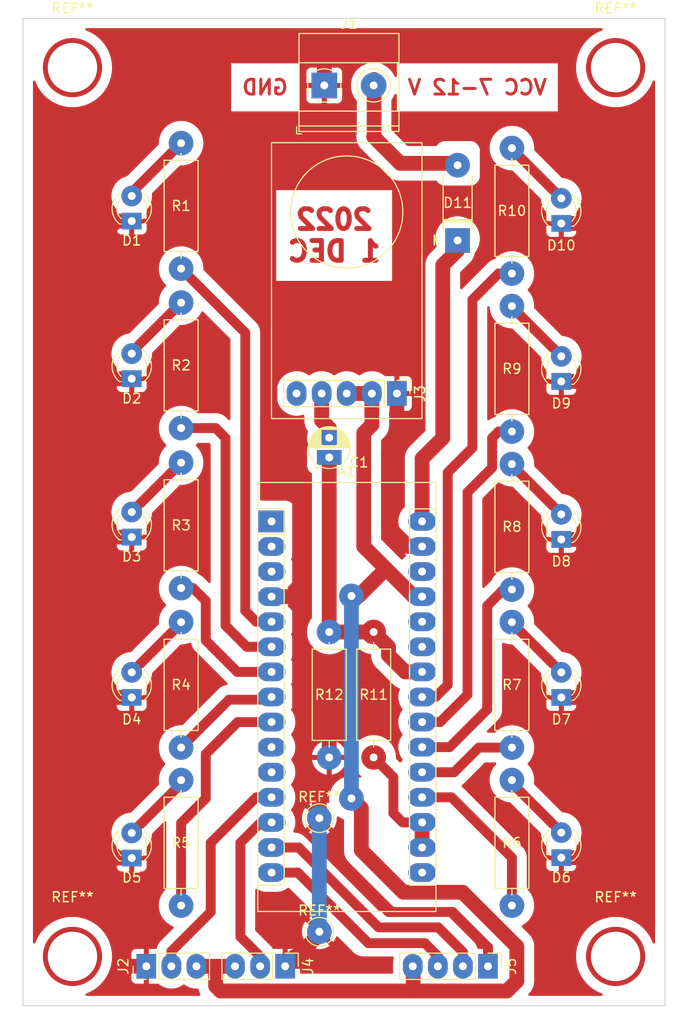
<source format=kicad_pcb>
(kicad_pcb (version 20211014) (generator pcbnew)
  (title_block (title "SpeechRecog") (date "2022-11-30") (rev "0.1"))
  (layers (0 "F.Cu" signal) (31 "B.Cu" signal) (34 "B.Paste" user) (35 "F.Paste" user) (36 "B.SilkS" user "B.Silkscreen") (37 "F.SilkS" user "F.Silkscreen") (38 "B.Mask" user) (39 "F.Mask" user) (44 "Edge.Cuts" user))
  (net 0 "")
  (net 4 "GND")
  (net 5 "Net-(A1-Pad5)")
  (net 6 "Net-(A1-Pad6)")
  (net 7 "Net-(A1-Pad7)")
  (net 8 "Net-(A1-Pad8)")
  (net 9 "+3V3")
  (net 10 "Net-(A1-Pad9)")
  (net 11 "Net-(A1-Pad19)")
  (net 12 "Net-(A1-Pad20)")
  (net 13 "Net-(A1-Pad21)")
  (net 14 "Net-(A1-Pad22)")
  (net 17 "+5V")
  (net 19 "VIN")
  (net 20 "/OUT")
  (net 21 "/AR")
  (net 22 "Net-(A1-Pad23)")
  (net 23 "MIC_IN")
  (net 24 "Net-(D1-Pad2)")
  (net 25 "Net-(D2-Pad2)")
  (net 26 "Net-(D3-Pad2)")
  (net 27 "Net-(D4-Pad2)")
  (net 28 "Net-(D5-Pad2)")
  (net 29 "Net-(D6-Pad2)")
  (net 30 "Net-(D7-Pad2)")
  (net 31 "Net-(D8-Pad2)")
  (net 32 "Net-(D9-Pad2)")
  (net 33 "Net-(D10-Pad2)")
  (net 34 "Net-(D11-Pad1)")
  (net 35 "servo1")
  (net 36 "servo2")
  (net 40 "trigger")
  (net 41 "echo")
  (footprint "Resistor_THT:R_Axial_DIN0309_L9.0mm_D3.2mm_P12.70mm_Horizontal" (layer "F.Cu") (at 158.5 69.15 -90)
    (fp_text reference "R9" (at 6.35 0) (layer "F.SilkS"))
    (fp_text value "300R")
    (pad "1" thru_hole circle (at 0 0 270) (size 2.5 2.5) (drill 0.8) (layers *.Cu *.Mask) (net 32 "Net-(D9-Pad2)"))
    (pad "2" thru_hole circle (at 12.7 0 270) (size 2.5 2.5) (drill 0.8) (layers *.Cu *.Mask) (net 14 "Net-(A1-Pad22)"))
  )
  (footprint "LED_THT:LED_D3.0mm" (layer "F.Cu") (at 163.5 76.775 90)
    (fp_text reference "D9" (at -2.225 0) (layer "F.SilkS"))
    (fp_text value "LED")
    (pad "1" thru_hole rect (at 0 0 90) (size 1.7 2) (drill 0.8) (layers *.Cu *.Mask) (net 4 "GND"))
    (pad "2" thru_hole circle (at 2.54 0 90) (size 2.1 2.1) (drill 0.8) (layers *.Cu *.Mask) (net 32 "Net-(D9-Pad2)"))
  )
  (footprint "MountingHole:MountingHole_5mm" (layer "F.Cu") (at 114 45)
    (fp_text reference "REF**" (at 0 -6) (layer "F.SilkS"))
    (fp_text value "MountingHole_5mm")
    (pad "" np_thru_hole circle (at 0 0) (size 5 5) (drill 5) (layers *.Cu *.Mask))
  )
  (footprint "TestPoint:TestPoint_THTPad_D2.5mm_Drill1.2mm" (layer "F.Cu") (at 139 121)
    (fp_text reference "REF**" (at 0 -2.148) (layer "F.SilkS"))
    (fp_text value "TestPoint_THTPad_D2.5mm_Drill1.2mm")
    (pad "1" thru_hole circle (at 0 0) (size 2.5 2.5) (drill 0.8) (layers *.Cu *.Mask) (net 4 "GND"))
  )
  (footprint "Resistor_THT:R_Axial_DIN0309_L9.0mm_D3.2mm_P12.70mm_Horizontal" (layer "F.Cu") (at 125 85 -90)
    (fp_text reference "R3" (at 6.35 0) (layer "F.SilkS"))
    (fp_text value "300R")
    (pad "1" thru_hole circle (at 0 0 270) (size 2.5 2.5) (drill 0.8) (layers *.Cu *.Mask) (net 26 "Net-(D3-Pad2)"))
    (pad "2" thru_hole circle (at 12.7 0 270) (size 2.5 2.5) (drill 0.8) (layers *.Cu *.Mask) (net 7 "Net-(A1-Pad7)"))
  )
  (footprint "Resistor_THT:R_Axial_DIN0309_L9.0mm_D3.2mm_P12.70mm_Horizontal" (layer "F.Cu") (at 125 117.15 -90)
    (fp_text reference "R5" (at 6.35 0) (layer "F.SilkS"))
    (fp_text value "300R")
    (pad "1" thru_hole circle (at 0 0 270) (size 2.5 2.5) (drill 0.8) (layers *.Cu *.Mask) (net 28 "Net-(D5-Pad2)"))
    (pad "2" thru_hole circle (at 12.7 0 270) (size 2.5 2.5) (drill 0.8) (layers *.Cu *.Mask) (net 10 "Net-(A1-Pad9)"))
  )
  (footprint "Resistor_THT:R_Axial_DIN0309_L9.0mm_D3.2mm_P12.70mm_Horizontal" (layer "F.Cu") (at 144.5 114.85 90)
    (fp_text reference "R11" (at 6.35 0) (layer "F.SilkS"))
    (fp_text value "47k")
    (pad "1" thru_hole circle (at 12.7 0 90) (size 2.5 2.5) (drill 0.8) (layers *.Cu "F.Mask") (remove_unused_layers) (net 23 "MIC_IN"))
    (pad "2" thru_hole circle (at 0 0 90) (size 2.5 2.5) (drill 0.8) (layers *.Cu "F.Mask") (remove_unused_layers) (net 9 "+3V3"))
  )
  (footprint "LED_THT:LED_D3.0mm" (layer "F.Cu") (at 120 92.54 90)
    (fp_text reference "D3" (at -1.96 0) (layer "F.SilkS"))
    (fp_text value "LED")
    (pad "1" thru_hole rect (at 0 0 90) (size 1.7 2) (drill 0.8) (layers *.Cu *.Mask) (net 4 "GND"))
    (pad "2" thru_hole circle (at 2.54 0 90) (size 2.1 2.1) (drill 0.8) (layers *.Cu *.Mask) (net 26 "Net-(D3-Pad2)"))
  )
  (footprint "LED_THT:LED_D3.0mm" (layer "F.Cu") (at 120 76.5 90)
    (fp_text reference "D2" (at -2 0) (layer "F.SilkS"))
    (fp_text value "LED")
    (pad "1" thru_hole rect (at 0 0 90) (size 1.7 2) (drill 0.8) (layers *.Cu *.Mask) (net 4 "GND"))
    (pad "2" thru_hole circle (at 2.54 0 90) (size 2.1 2.1) (drill 0.8) (layers *.Cu *.Mask) (net 25 "Net-(D2-Pad2)"))
  )
  (footprint "Connector_PinHeader_2.54mm:PinHeader_1x03_P2.54mm_Vertical" (layer "F.Cu") (at 121.475 136 90)
    (fp_text reference "J2" (at 0 -2.33 90) (layer "F.SilkS"))
    (fp_text value "servo1")
    (pad "1" thru_hole rect (at 0 0 90) (size 2.5 2) (drill 0.8) (layers *.Cu *.Mask) (net 4 "GND"))
    (pad "2" thru_hole oval (at 0 2.54 90) (size 2.5 2) (drill 0.8) (layers *.Cu *.Mask) (net 35 "servo1"))
    (pad "3" thru_hole oval (at 0 5.08 90) (size 2.5 2) (drill 0.8) (layers *.Cu *.Mask) (net 17 "+5V"))
  )
  (footprint "LED_THT:LED_D3.0mm" (layer "F.Cu") (at 120 60.54 90)
    (fp_text reference "D1" (at -1.96 0) (layer "F.SilkS"))
    (fp_text value "LED")
    (pad "1" thru_hole rect (at 0 0 90) (size 1.7 2) (drill 0.8) (layers *.Cu *.Mask) (net 4 "GND"))
    (pad "2" thru_hole circle (at 2.54 0 90) (size 2.1 2.1) (drill 0.8) (layers *.Cu *.Mask) (net 24 "Net-(D1-Pad2)"))
  )
  (footprint "Connector_PinHeader_2.54mm:PinHeader_1x04_P2.54mm_Vertical" (layer "F.Cu") (at 156.08 136 -90)
    (fp_text reference "J5" (at 0 -2.33 90) (layer "F.SilkS"))
    (fp_text value "HC04")
    (pad "1" thru_hole rect (at 0 0 270) (size 2.5 2) (drill 0.8) (layers *.Cu *.Mask) (net 4 "GND"))
    (pad "2" thru_hole oval (at 0 2.54 270) (size 2.5 2) (drill 0.8) (layers *.Cu *.Mask) (net 40 "trigger"))
    (pad "3" thru_hole oval (at 0 5.08 270) (size 2.5 2) (drill 0.8) (layers *.Cu *.Mask) (net 41 "echo"))
    (pad "4" thru_hole oval (at 0 7.62 270) (size 2.5 2) (drill 0.8) (layers *.Cu *.Mask) (net 17 "+5V"))
  )
  (footprint "LED_THT:LED_D3.0mm" (layer "F.Cu") (at 163.5 60.775 90)
    (fp_text reference "D10" (at -2.225 0) (layer "F.SilkS"))
    (fp_text value "LED")
    (pad "1" thru_hole rect (at 0 0 90) (size 1.7 2) (drill 0.8) (layers *.Cu *.Mask) (net 4 "GND"))
    (pad "2" thru_hole circle (at 2.54 0 90) (size 2.1 2.1) (drill 0.8) (layers *.Cu *.Mask) (net 33 "Net-(D10-Pad2)"))
  )
  (footprint "Resistor_THT:R_Axial_DIN0309_L9.0mm_D3.2mm_P12.70mm_Horizontal" (layer "F.Cu") (at 158.5 85.15 -90)
    (fp_text reference "R8" (at 6.35 0) (layer "F.SilkS"))
    (fp_text value "300R")
    (pad "1" thru_hole circle (at 0 0 270) (size 2.5 2.5) (drill 0.8) (layers *.Cu *.Mask) (net 31 "Net-(D8-Pad2)"))
    (pad "2" thru_hole circle (at 12.7 0 270) (size 2.5 2.5) (drill 0.8) (layers *.Cu *.Mask) (net 13 "Net-(A1-Pad21)"))
  )
  (footprint "Connector_PinHeader_2.54mm:PinHeader_1x05_P2.54mm_Vertical" (layer "F.Cu") (at 146.855 78 -90)
    (fp_text reference "J3" (at 0 -2.33 -90) (layer "F.SilkS"))
    (fp_text value "MAX9814_Mic")
    (pad "1" thru_hole rect (at 0 0 270) (size 2.5 2) (drill 0.8) (layers *.Cu *.Mask) (net 4 "GND"))
    (pad "2" thru_hole oval (at 0 2.54 270) (size 2.5 2) (drill 0.8) (layers *.Cu *.Mask) (net 17 "+5V"))
    (pad "3" thru_hole oval (at 0 5.08 270) (size 2.5 2) (drill 0.8) (layers *.Cu *.Mask) (net 17 "+5V"))
    (pad "4" thru_hole oval (at 0 7.62 270) (size 2.5 2) (drill 0.8) (layers *.Cu *.Mask) (net 20 "/OUT"))
    (pad "5" thru_hole oval (at 0 10.16 270) (size 2.5 2) (drill 0.8) (layers *.Cu *.Mask) (net 21 "/AR"))
  )
  (footprint "TestPoint:TestPoint_THTPad_D2.5mm_Drill1.2mm" (layer "F.Cu") (at 139 132.5)
    (fp_text reference "REF**" (at 0 -2.148) (layer "F.SilkS"))
    (fp_text value "TestPoint_THTPad_D2.5mm_Drill1.2mm")
    (pad "1" thru_hole circle (at 0 0) (size 2.5 2.5) (drill 0.8) (layers *.Cu *.Mask) (net 4 "GND"))
  )
  (footprint "Diode_THT:D_DO-41_SOD81_P7.62mm_Horizontal" (layer "F.Cu") (at 153 62.5 90)
    (fp_text reference "D11" (at 3.81 0) (layer "F.SilkS"))
    (fp_text value "DIODE")
    (fp_text user "K" (at 0 -2.1) (layer "F.SilkS"))
    (pad "1" thru_hole circle (at 7.62 0 90) (size 2.5 2.5) (drill 0.8) (layers *.Cu *.Mask) (net 34 "Net-(D11-Pad1)"))
    (pad "2" thru_hole rect (at 0 0 90) (size 2.5 2.5) (drill 0.8) (layers *.Cu *.Mask) (net 19 "VIN"))
  )
  (footprint "Capacitor_THT:CP_Radial_D4.0mm_P2.00mm" (layer "F.Cu") (at 140 84.4726 90)
    (fp_text reference "C1" (at -0.5 3) (layer "F.SilkS"))
    (fp_text value "1u")
    (pad "1" thru_hole rect (at 0 0 90) (size 1.5 2.5) (drill 0.8) (layers *.Cu *.Mask) (net 23 "MIC_IN"))
    (pad "2" thru_hole oval (at 2 0 90) (size 1.5 2.5) (drill 0.8) (layers *.Cu *.Mask) (net 20 "/OUT"))
  )
  (footprint "TerminalBlock_Phoenix:TerminalBlock_Phoenix_MKDS-1,5-2_1x02_P5.00mm_Horizontal" (layer "F.Cu") (at 139.5 46.805)
    (fp_text reference "J1" (at 2.5 -6.26) (layer "F.SilkS"))
    (fp_text value "PWR 6-12V")
    (pad "1" thru_hole rect (at 0 0) (size 2.6 2.6) (drill 0.8) (layers *.Cu *.Mask) (net 4 "GND"))
    (pad "2" thru_hole circle (at 5 0) (size 2.6 2.6) (drill 0.8) (layers *.Cu *.Mask) (net 34 "Net-(D11-Pad1)"))
  )
  (footprint "LED_THT:LED_D3.0mm" (layer "F.Cu") (at 163.5 125 90)
    (fp_text reference "D6" (at -2 0) (layer "F.SilkS"))
    (fp_text value "LED")
    (pad "1" thru_hole rect (at 0 0 90) (size 1.7 2) (drill 0.8) (layers *.Cu *.Mask) (net 4 "GND"))
    (pad "2" thru_hole circle (at 2.54 0 90) (size 2.1 2.1) (drill 0.8) (layers *.Cu *.Mask) (net 29 "Net-(D6-Pad2)"))
  )
  (footprint "Resistor_THT:R_Axial_DIN0309_L9.0mm_D3.2mm_P12.70mm_Horizontal" (layer "F.Cu") (at 125 52.65 -90)
    (fp_text reference "R1" (at 6.35 0) (layer "F.SilkS"))
    (fp_text value "300R")
    (pad "1" thru_hole circle (at 0 0 270) (size 2.5 2.5) (drill 0.8) (layers *.Cu *.Mask) (net 24 "Net-(D1-Pad2)"))
    (pad "2" thru_hole circle (at 12.7 0 270) (size 2.5 2.5) (drill 0.8) (layers *.Cu *.Mask) (net 5 "Net-(A1-Pad5)"))
  )
  (footprint "Resistor_THT:R_Axial_DIN0309_L9.0mm_D3.2mm_P12.70mm_Horizontal" (layer "F.Cu") (at 125 68.8 -90)
    (fp_text reference "R2" (at 6.35 0) (layer "F.SilkS"))
    (fp_text value "300R")
    (pad "1" thru_hole circle (at 0 0 270) (size 2.5 2.5) (drill 0.8) (layers *.Cu *.Mask) (net 25 "Net-(D2-Pad2)"))
    (pad "2" thru_hole circle (at 12.7 0 270) (size 2.5 2.5) (drill 0.8) (layers *.Cu *.Mask) (net 6 "Net-(A1-Pad6)"))
  )
  (footprint "Module:Arduino_Nano" (layer "F.Cu") (at 134.165 90.95)
    (fp_text reference "A1" (at 7.62 -5.08) (layer "F.SilkS"))
    (fp_text value "Arduino_Nano")
    (pad "1" thru_hole rect (at 0 0) (size 2.7 2.2) (drill 0.8) (layers *.Cu *.Mask))
    (pad "2" thru_hole oval (at 0 2.54) (size 2.8 1.9) (drill 0.8) (layers *.Cu *.Mask))
    (pad "3" thru_hole oval (at 0 5.08) (size 2.8 1.9) (drill 0.8) (layers *.Cu *.Mask))
    (pad "4" thru_hole oval (at 0 7.62) (size 2.8 1.9) (drill 0.8) (layers *.Cu *.Mask) (net 4 "GND"))
    (pad "5" thru_hole oval (at 0 10.16) (size 2.8 1.9) (drill 0.8) (layers *.Cu *.Mask) (net 5 "Net-(A1-Pad5)"))
    (pad "6" thru_hole oval (at 0 12.7) (size 2.8 1.9) (drill 0.8) (layers *.Cu *.Mask) (net 6 "Net-(A1-Pad6)"))
    (pad "7" thru_hole oval (at 0 15.24) (size 2.8 1.9) (drill 0.8) (layers *.Cu *.Mask) (net 7 "Net-(A1-Pad7)"))
    (pad "8" thru_hole oval (at 0 17.78) (size 2.8 1.9) (drill 0.8) (layers *.Cu *.Mask) (net 8 "Net-(A1-Pad8)"))
    (pad "9" thru_hole oval (at 0 20.32) (size 2.8 1.9) (drill 0.8) (layers *.Cu *.Mask) (net 10 "Net-(A1-Pad9)"))
    (pad "10" thru_hole oval (at 0 22.86) (size 2.8 1.9) (drill 0.8) (layers *.Cu *.Mask))
    (pad "11" thru_hole oval (at 0 25.4) (size 2.8 1.9) (drill 0.8) (layers *.Cu *.Mask))
    (pad "12" thru_hole oval (at 0 27.94) (size 2.8 1.9) (drill 0.8) (layers *.Cu *.Mask) (net 35 "servo1"))
    (pad "13" thru_hole oval (at 0 30.48) (size 2.8 1.9) (drill 0.8) (layers *.Cu *.Mask) (net 36 "servo2"))
    (pad "14" thru_hole oval (at 0 33.02) (size 2.8 1.9) (drill 0.8) (layers *.Cu *.Mask) (net 40 "trigger"))
    (pad "15" thru_hole oval (at 0 35.56) (size 2.8 1.9) (drill 0.8) (layers *.Cu *.Mask) (net 41 "echo"))
    (pad "16" thru_hole oval (at 15.24 35.56) (size 2.8 1.9) (drill 0.8) (layers *.Cu *.Mask))
    (pad "17" thru_hole oval (at 15.24 33.02) (size 2.8 1.9) (drill 0.8) (layers *.Cu *.Mask) (net 9 "+3V3"))
    (pad "18" thru_hole oval (at 15.24 30.48) (size 2.8 1.9) (drill 0.8) (layers *.Cu *.Mask) (net 9 "+3V3"))
    (pad "19" thru_hole oval (at 15.24 27.94) (size 2.8 1.9) (drill 0.8) (layers *.Cu *.Mask) (net 11 "Net-(A1-Pad19)"))
    (pad "20" thru_hole oval (at 15.24 25.4) (size 2.8 1.9) (drill 0.8) (layers *.Cu *.Mask) (net 12 "Net-(A1-Pad20)"))
    (pad "21" thru_hole oval (at 15.24 22.86) (size 2.8 1.9) (drill 0.8) (layers *.Cu *.Mask) (net 13 "Net-(A1-Pad21)"))
    (pad "22" thru_hole oval (at 15.24 20.32) (size 2.8 1.9) (drill 0.8) (layers *.Cu *.Mask) (net 14 "Net-(A1-Pad22)"))
    (pad "23" thru_hole oval (at 15.24 17.78) (size 2.8 1.9) (drill 0.8) (layers *.Cu *.Mask) (net 22 "Net-(A1-Pad23)"))
    (pad "24" thru_hole oval (at 15.24 15.24) (size 2.8 1.9) (drill 0.8) (layers *.Cu *.Mask) (net 23 "MIC_IN"))
    (pad "25" thru_hole oval (at 15.24 12.7) (size 2.8 1.9) (drill 0.8) (layers *.Cu *.Mask))
    (pad "26" thru_hole oval (at 15.24 10.16) (size 2.8 1.9) (drill 0.8) (layers *.Cu *.Mask))
    (pad "27" thru_hole oval (at 15.24 7.62) (size 2.8 1.9) (drill 0.8) (layers *.Cu *.Mask) (net 17 "+5V"))
    (pad "28" thru_hole oval (at 15.24 5.08) (size 2.8 1.9) (drill 0.8) (layers *.Cu *.Mask))
    (pad "29" thru_hole oval (at 15.24 2.54) (size 2.8 1.9) (drill 0.8) (layers *.Cu *.Mask) (net 4 "GND"))
    (pad "30" thru_hole oval (at 15.24 0) (size 2.8 1.9) (drill 0.8) (layers *.Cu *.Mask) (net 19 "VIN"))
  )
  (footprint "MountingHole:MountingHole_5mm" (layer "F.Cu") (at 169 135)
    (fp_text reference "REF**" (at 0 -6) (layer "F.SilkS"))
    (fp_text value "MountingHole_5mm")
    (pad "" np_thru_hole circle (at 0 0) (size 5 5) (drill 5) (layers *.Cu *.Mask))
  )
  (footprint "LED_THT:LED_D3.0mm" (layer "F.Cu") (at 120 125.04 90)
    (fp_text reference "D5" (at -1.96 0) (layer "F.SilkS"))
    (fp_text value "LED")
    (pad "1" thru_hole rect (at 0 0 90) (size 1.7 2) (drill 0.8) (layers *.Cu *.Mask) (net 4 "GND"))
    (pad "2" thru_hole circle (at 2.54 0 90) (size 2.1 2.1) (drill 0.8) (layers *.Cu *.Mask) (net 28 "Net-(D5-Pad2)"))
  )
  (footprint "MountingHole:MountingHole_5mm" (layer "F.Cu") (at 114 135)
    (fp_text reference "REF**" (at 0 -6) (layer "F.SilkS"))
    (fp_text value "MountingHole_5mm")
    (pad "" np_thru_hole circle (at 0 0) (size 5 5) (drill 5) (layers *.Cu *.Mask))
  )
  (footprint "MountingHole:MountingHole_5mm" (layer "F.Cu") (at 169 45)
    (fp_text reference "REF**" (at 0 -6) (layer "F.SilkS"))
    (fp_text value "MountingHole_5mm")
    (pad "" np_thru_hole circle (at 0 0) (size 5 5) (drill 5) (layers *.Cu *.Mask))
  )
  (footprint "Connector_PinHeader_2.54mm:PinHeader_1x03_P2.54mm_Vertical" (layer "F.Cu") (at 135.54 136 -90)
    (fp_text reference "J4" (at 0 -2.33 90) (layer "F.SilkS"))
    (fp_text value "servo2")
    (pad "1" thru_hole rect (at 0 0 270) (size 2.5 2) (drill 0.8) (layers *.Cu *.Mask) (net 4 "GND"))
    (pad "2" thru_hole oval (at 0 2.54 270) (size 2.5 2) (drill 0.8) (layers *.Cu *.Mask) (net 36 "servo2"))
    (pad "3" thru_hole oval (at 0 5.08 270) (size 2.5 2) (drill 0.8) (layers *.Cu *.Mask) (net 17 "+5V"))
  )
  (footprint "LED_THT:LED_D3.0mm" (layer "F.Cu") (at 163.5 92.775 90)
    (fp_text reference "D8" (at -2.225 0) (layer "F.SilkS"))
    (fp_text value "LED")
    (pad "1" thru_hole rect (at 0 0 90) (size 1.7 2) (drill 0.8) (layers *.Cu *.Mask) (net 4 "GND"))
    (pad "2" thru_hole circle (at 2.54 0 90) (size 2.1 2.1) (drill 0.8) (layers *.Cu *.Mask) (net 31 "Net-(D8-Pad2)"))
  )
  (footprint "Resistor_THT:R_Axial_DIN0309_L9.0mm_D3.2mm_P12.70mm_Horizontal" (layer "F.Cu") (at 125 101.15 -90)
    (fp_text reference "R4" (at 6.35 0) (layer "F.SilkS"))
    (fp_text value "300R")
    (pad "1" thru_hole circle (at 0 0 270) (size 2.5 2.5) (drill 0.8) (layers *.Cu *.Mask) (net 27 "Net-(D4-Pad2)"))
    (pad "2" thru_hole circle (at 12.7 0 270) (size 2.5 2.5) (drill 0.8) (layers *.Cu *.Mask) (net 8 "Net-(A1-Pad8)"))
  )
  (footprint "Resistor_THT:R_Axial_DIN0309_L9.0mm_D3.2mm_P12.70mm_Horizontal" (layer "F.Cu") (at 140 102.15 -90)
    (fp_text reference "R12" (at 6.35 0) (layer "F.SilkS"))
    (fp_text value "47k")
    (pad "1" thru_hole circle (at 0 0 270) (size 2.5 2.5) (drill 0.8) (layers *.Cu *.Mask) (net 23 "MIC_IN"))
    (pad "2" thru_hole oval (at 12.7 0 270) (size 2.5 2.5) (drill 0.8) (layers *.Cu *.Mask) (net 4 "GND"))
  )
  (footprint "Resistor_THT:R_Axial_DIN0309_L9.0mm_D3.2mm_P12.70mm_Horizontal" (layer "F.Cu") (at 158.5 101.15 -90)
    (fp_text reference "R7" (at 6.35 0) (layer "F.SilkS"))
    (fp_text value "300R")
    (pad "1" thru_hole circle (at 0 0 270) (size 2.5 2.5) (drill 0.8) (layers *.Cu *.Mask) (net 30 "Net-(D7-Pad2)"))
    (pad "2" thru_hole circle (at 12.7 0 270) (size 2.5 2.5) (drill 0.8) (layers *.Cu *.Mask) (net 12 "Net-(A1-Pad20)"))
  )
  (footprint "LED_THT:LED_D3.0mm" (layer "F.Cu") (at 120 108.775 90)
    (fp_text reference "D4" (at -2.225 0) (layer "F.SilkS"))
    (fp_text value "LED")
    (pad "1" thru_hole rect (at 0 0 90) (size 1.7 2) (drill 0.8) (layers *.Cu *.Mask) (net 4 "GND"))
    (pad "2" thru_hole circle (at 2.54 0 90) (size 2.1 2.1) (drill 0.8) (layers *.Cu *.Mask) (net 27 "Net-(D4-Pad2)"))
  )
  (footprint "LED_THT:LED_D3.0mm" (layer "F.Cu") (at 163.5 108.775 90)
    (fp_text reference "D7" (at -2.225 0) (layer "F.SilkS"))
    (fp_text value "LED")
    (pad "1" thru_hole rect (at 0 0 90) (size 1.7 2) (drill 0.8) (layers *.Cu *.Mask) (net 4 "GND"))
    (pad "2" thru_hole circle (at 2.54 0 90) (size 2.1 2.1) (drill 0.8) (layers *.Cu *.Mask) (net 30 "Net-(D7-Pad2)"))
  )
  (footprint "Resistor_THT:R_Axial_DIN0309_L9.0mm_D3.2mm_P12.70mm_Horizontal" (layer "F.Cu") (at 158.5 117.15 -90)
    (fp_text reference "R6" (at 6.35 0) (layer "F.SilkS"))
    (fp_text value "300R")
    (pad "1" thru_hole circle (at 0 0 270) (size 2.5 2.5) (drill 0.8) (layers *.Cu *.Mask) (net 29 "Net-(D6-Pad2)"))
    (pad "2" thru_hole circle (at 12.7 0 270) (size 2.5 2.5) (drill 0.8) (layers *.Cu *.Mask) (net 11 "Net-(A1-Pad19)"))
  )
  (footprint "Resistor_THT:R_Axial_DIN0309_L9.0mm_D3.2mm_P12.70mm_Horizontal" (layer "F.Cu") (at 158.5 53.15 -90)
    (fp_text reference "R10" (at 6.35 0) (layer "F.SilkS"))
    (fp_text value "300R")
    (pad "1" thru_hole circle (at 0 0 270) (size 2.5 2.5) (drill 0.8) (layers *.Cu *.Mask) (net 33 "Net-(D10-Pad2)"))
    (pad "2" thru_hole circle (at 12.7 0 270) (size 2.5 2.5) (drill 0.8) (layers *.Cu *.Mask) (net 22 "Net-(A1-Pad23)"))
  )
  (gr_circle (center 169 45) (end 169.5 45) (layer "F.Cu") (width 0.4) (fill none))
  (gr_circle (center 114 45) (end 114.5 45) (layer "F.Cu") (width 0.4) (fill none))
  (gr_circle (center 169 45) (end 171.5 45) (layer "F.Cu") (width 1) (fill none))
  (gr_circle (center 114 135) (end 114.5 135) (layer "F.Cu") (width 0.4) (fill none))
  (gr_circle (center 169 135) (end 169.5 135) (layer "F.Cu") (width 0.4) (fill none))
  (gr_circle (center 169 135) (end 171.5 135) (layer "F.Cu") (width 1) (fill none))
  (gr_circle (center 114 45) (end 116.5 45) (layer "F.Cu") (width 1) (fill none))
  (gr_circle (center 114 135) (end 116.5 135) (layer "F.Cu") (width 1) (fill none))
  (gr_rect (start 174 40) (end 109 140) (layer "Edge.Cuts") (width 0.1) (fill none))
  (gr_text "GND" (at 133.5 47) (layer "F.Cu") (effects (font (size 1.5 1.5) (thickness 0.3)) (justify mirror)))
  (gr_text "VCC 7-12 V" (at 155 47) (layer "F.Cu") (effects (font (size 1.5 1.5) (thickness 0.3)) (justify mirror)))
  (gr_text "2022\n1 DEC" (at 140.5 62) (layer "F.Cu") (effects (font (size 2 2) (thickness 0.5)) (justify mirror)))
  (segment (start 137 84.5) (end 137 97) (width 1.5) (layer "F.Cu") (net 4))
  (segment (start 120 60.54) (end 118.46 60.54) (width 1.5) (layer "F.Cu") (net 4))
  (segment (start 163.5 76.775) (end 166.725 76.775) (width 1.5) (layer "F.Cu") (net 4))
  (segment (start 117 76.5) (end 117 92.5) (width 1.5) (layer "F.Cu") (net 4))
  (segment (start 147.99 93.49) (end 149.405 93.49) (width 1.5) (layer "F.Cu") (net 4))
  (segment (start 167 92.5) (end 167 109) (width 1.5) (layer "F.Cu") (net 4))
  (segment (start 134 81.5) (end 137 84.5) (width 1.5) (layer "F.Cu") (net 4))
  (segment (start 117 62) (end 117 76.5) (width 1.5) (layer "F.Cu") (net 4))
  (segment (start 121.475 136) (end 119.5 136) (width 1.5) (layer "F.Cu") (net 4))
  (segment (start 167 76.5) (end 167 92.5) (width 1.5) (layer "F.Cu") (net 4))
  (segment (start 165.5 125) (end 163.5 125) (width 1.5) (layer "F.Cu") (net 4))
  (segment (start 136.57 98.57) (end 137 99) (width 1.5) (layer "F.Cu") (net 4))
  (segment (start 139 123.5) (end 139 120.75) (width 1) (layer "F.Cu") (net 4))
  (segment (start 117.04 92.54) (end 117 92.5) (width 1.5) (layer "F.Cu") (net 4))
  (segment (start 146 91.5) (end 147.99 93.49) (width 1.5) (layer "F.Cu") (net 4))
  (segment (start 140 112.5) (end 140 114.85) (width 1.5) (layer "F.Cu") (net 4))
  (segment (start 117 92.5) (end 117 108.5) (width 1.5) (layer "F.Cu") (net 4))
  (segment (start 137 109.5) (end 140 112.5) (width 1.5) (layer "F.Cu") (net 4))
  (segment (start 134.165 98.57) (end 136.57 98.57) (width 1.5) (layer "F.Cu") (net 4))
  (segment (start 139.5 46.805) (end 139.5 44.5) (width 1.5) (layer "F.Cu") (net 4))
  (segment (start 135.54 136) (end 135.54 135.96) (width 1.5) (layer "F.Cu") (net 4))
  (segment (start 163.5 92.775) (end 166.725 92.775) (width 1.5) (layer "F.Cu") (net 4))
  (segment (start 137 99) (end 137 97) (width 1.5) (layer "F.Cu") (net 4))
  (segment (start 137 99) (end 137 109.5) (width 1.5) (layer "F.Cu") (net 4))
  (segment (start 163.5 108.775) (end 166.775 108.775) (width 1.5) (layer "F.Cu") (net 4))
  (segment (start 135.5 74.5) (end 134 76) (width 1.5) (layer "F.Cu") (net 4))
  (segment (start 118.46 60.54) (end 117 62) (width 1.5) (layer "F.Cu") (net 4))
  (segment (start 140 74.5) (end 135.5 74.5) (width 1.5) (layer "F.Cu") (net 4))
  (segment (start 165.775 60.775) (end 167 62) (width 1.5) (layer "F.Cu") (net 4))
  (segment (start 135.54 135.96) (end 136.5 135) (width 1.5) (layer "F.Cu") (net 4))
  (segment (start 134 76) (end 134 81.5) (width 1.5) (layer "F.Cu") (net 4))
  (segment (start 120 108.775) (end 117.275 108.775) (width 1.5) (layer "F.Cu") (net 4))
  (segment (start 167 123.5) (end 165.5 125) (width 1.5) (layer "F.Cu") (net 4))
  (segment (start 146 130.5) (end 139 123.5) (width 1) (layer "F.Cu") (net 4))
  (segment (start 120 92.54) (end 117.04 92.54) (width 1.5) (layer "F.Cu") (net 4))
  (segment (start 135.54 136) (end 135.75 136) (width 1.5) (layer "F.Cu") (net 4))
  (segment (start 167 109) (end 167 123.5) (width 1.5) (layer "F.Cu") (net 4))
  (segment (start 120 76.5) (end 117 76.5) (width 1.5) (layer "F.Cu") (net 4))
  (segment (start 167 62) (end 167 76.5) (width 1.5) (layer "F.Cu") (net 4))
  (segment (start 146.855 78) (end 146.855 83.145) (width 1.5) (layer "F.Cu") (net 4))
  (segment (start 146.855 83.145) (end 146 84) (width 1.5) (layer "F.Cu") (net 4))
  (segment (start 146 84) (end 146 91.5) (width 1.5) (layer "F.Cu") (net 4))
  (segment (start 140 74.5) (end 145.5 74.5) (width 1.5) (layer "F.Cu") (net 4))
  (segment (start 117.275 108.775) (end 117 108.5) (width 1.5) (layer "F.Cu") (net 4))
  (segment (start 156.08 134.08) (end 152.5 130.5) (width 1) (layer "F.Cu") (net 4))
  (segment (start 166.725 76.775) (end 167 76.5) (width 1.5) (layer "F.Cu") (net 4))
  (segment (start 117 123.5) (end 118.54 125.04) (width 1.5) (layer "F.Cu") (net 4))
  (segment (start 139 120.75) (end 139 118) (width 1.5) (layer "F.Cu") (net 4))
  (segment (start 118.54 125.04) (end 120 125.04) (width 1.5) (layer "F.Cu") (net 4))
  (segment (start 163.5 60.775) (end 165.775 60.775) (width 1.5) (layer "F.Cu") (net 4))
  (segment (start 166.725 92.775) (end 167 92.5) (width 1.5) (layer "F.Cu") (net 4))
  (segment (start 156.08 136) (end 156.08 134.08) (width 1) (layer "F.Cu") (net 4))
  (segment (start 135.75 136) (end 139 132.75) (width 1.5) (layer "F.Cu") (net 4))
  (segment (start 166.775 108.775) (end 167 109) (width 1.5) (layer "F.Cu") (net 4))
  (segment (start 117 108.5) (end 117 123.5) (width 1.5) (layer "F.Cu") (net 4))
  (segment (start 152.5 130.5) (end 146 130.5) (width 1) (layer "F.Cu") (net 4))
  (segment (start 139 121) (end 139 132.5) (width 1.5) (layer "B.Cu") (net 4))
  (segment (start 125 65.35) (end 131.5 71.85) (width 1) (layer "F.Cu") (net 5))
  (segment (start 132.61 101.11) (end 134.165 101.11) (width 1) (layer "F.Cu") (net 5))
  (segment (start 131.5 71.85) (end 131.5 100) (width 1) (layer "F.Cu") (net 5))
  (segment (start 131.5 100) (end 132.61 101.11) (width 1) (layer "F.Cu") (net 5))
  (segment (start 129.5 101.5) (end 131.65 103.65) (width 1) (layer "F.Cu") (net 6))
  (segment (start 128.5 81.5) (end 129.5 82.5) (width 1) (layer "F.Cu") (net 6))
  (segment (start 131.65 103.65) (end 134.165 103.65) (width 1) (layer "F.Cu") (net 6))
  (segment (start 129.5 82.5) (end 129.5 101.5) (width 1) (layer "F.Cu") (net 6))
  (segment (start 125 81.5) (end 128.5 81.5) (width 1) (layer "F.Cu") (net 6))
  (segment (start 127.5 103) (end 130.69 106.19) (width 1) (layer "F.Cu") (net 7))
  (segment (start 127.5 99) (end 127.5 103) (width 1) (layer "F.Cu") (net 7))
  (segment (start 126.2 97.7) (end 127.5 99) (width 1) (layer "F.Cu") (net 7))
  (segment (start 125 97.7) (end 126.2 97.7) (width 1) (layer "F.Cu") (net 7))
  (segment (start 130.69 106.19) (end 134.165 106.19) (width 1) (layer "F.Cu") (net 7))
  (segment (start 129.85 109) (end 133.895 109) (width 1) (layer "F.Cu") (net 8))
  (segment (start 133.895 109) (end 134.165 108.73) (width 1) (layer "F.Cu") (net 8))
  (segment (start 125 113.85) (end 129.85 109) (width 1) (layer "F.Cu") (net 8))
  (segment (start 149.405 121.43) (end 147.43 121.43) (width 1) (layer "F.Cu") (net 9))
  (segment (start 146.5 116.85) (end 144.5 114.85) (width 1) (layer "F.Cu") (net 9))
  (segment (start 146.5 120.5) (end 146.5 116.85) (width 1) (layer "F.Cu") (net 9))
  (segment (start 147.43 121.43) (end 146.5 120.5) (width 1) (layer "F.Cu") (net 9))
  (segment (start 149.405 121.43) (end 149.405 123.97) (width 1.5) (layer "F.Cu") (net 9))
  (segment (start 130.73 111.27) (end 134.165 111.27) (width 1) (layer "F.Cu") (net 10))
  (segment (start 127.5 119) (end 127.5 114.5) (width 1) (layer "F.Cu") (net 10))
  (segment (start 127.5 114.5) (end 130.73 111.27) (width 1) (layer "F.Cu") (net 10))
  (segment (start 125 129.85) (end 125 121.5) (width 1) (layer "F.Cu") (net 10))
  (segment (start 125 121.5) (end 127.5 119) (width 1) (layer "F.Cu") (net 10))
  (segment (start 158.5 129.85) (end 158.5 125) (width 1) (layer "F.Cu") (net 11))
  (segment (start 158.5 125) (end 152.39 118.89) (width 1) (layer "F.Cu") (net 11))
  (segment (start 152.39 118.89) (end 149.405 118.89) (width 1) (layer "F.Cu") (net 11))
  (segment (start 158.5 113.85) (end 155.15 113.85) (width 1) (layer "F.Cu") (net 12))
  (segment (start 152.65 116.35) (end 149.405 116.35) (width 1) (layer "F.Cu") (net 12))
  (segment (start 155.15 113.85) (end 152.65 116.35) (width 1) (layer "F.Cu") (net 12))
  (segment (start 156 110) (end 152.19 113.81) (width 1) (layer "F.Cu") (net 13))
  (segment (start 157.65 97.85) (end 156 99.5) (width 1) (layer "F.Cu") (net 13))
  (segment (start 158.5 97.85) (end 157.65 97.85) (width 1) (layer "F.Cu") (net 13))
  (segment (start 156 99.5) (end 156 110) (width 1) (layer "F.Cu") (net 13))
  (segment (start 152.19 113.81) (end 149.405 113.81) (width 1) (layer "F.Cu") (net 13))
  (segment (start 156.5 85.5) (end 154 88) (width 1) (layer "F.Cu") (net 14))
  (segment (start 151.23 111.27) (end 149.405 111.27) (width 1) (layer "F.Cu") (net 14))
  (segment (start 157.15 81.85) (end 156.5 82.5) (width 1) (layer "F.Cu") (net 14))
  (segment (start 154 88) (end 154 108.5) (width 1) (layer "F.Cu") (net 14))
  (segment (start 156.5 82.5) (end 156.5 85.5) (width 1) (layer "F.Cu") (net 14))
  (segment (start 158.5 81.85) (end 157.15 81.85) (width 1) (layer "F.Cu") (net 14))
  (segment (start 154 108.5) (end 151.23 111.27) (width 1) (layer "F.Cu") (net 14))
  (segment (start 129 138.5) (end 128.5 138) (width 1.5) (layer "F.Cu") (net 17))
  (segment (start 145.75 95.75) (end 148.57 98.57) (width 1.5) (layer "F.Cu") (net 17))
  (segment (start 143.5 82) (end 143.5 93.5) (width 1.5) (layer "F.Cu") (net 17))
  (segment (start 141.775 78) (end 143 78) (width 1.5) (layer "F.Cu") (net 17))
  (segment (start 148.5 138.5) (end 148.5 136.04) (width 1.5) (layer "F.Cu") (net 17))
  (segment (start 148.5 136.04) (end 148.46 136) (width 1.5) (layer "F.Cu") (net 17))
  (segment (start 159 137.5) (end 158 138.5) (width 1.5) (layer "F.Cu") (net 17))
  (segment (start 147.5 128.5) (end 153.5 128.5) (width 1.5) (layer "F.Cu") (net 17))
  (segment (start 128.5 136) (end 130.46 136) (width 1.5) (layer "F.Cu") (net 17))
  (segment (start 159 134) (end 159 137.5) (width 1.5) (layer "F.Cu") (net 17))
  (segment (start 142.25 119) (end 143.25 120) (width 1.5) (layer "F.Cu") (net 17))
  (segment (start 145.75 95.75) (end 143 98.5) (width 1.5) (layer "F.Cu") (net 17))
  (segment (start 144.315 81.185) (end 143.5 82) (width 1.5) (layer "F.Cu") (net 17))
  (segment (start 143 78) (end 144.315 78) (width 1.5) (layer "F.Cu") (net 17))
  (segment (start 143.5 93.5) (end 145.75 95.75) (width 1.5) (layer "F.Cu") (net 17))
  (segment (start 143.25 120) (end 143.25 124.25) (width 1.5) (layer "F.Cu") (net 17))
  (segment (start 128.5 138) (end 128.5 136) (width 1.5) (layer "F.Cu") (net 17))
  (segment (start 144.315 78) (end 144.315 81.185) (width 1.5) (layer "F.Cu") (net 17))
  (segment (start 126.555 136) (end 128.5 136) (width 1.5) (layer "F.Cu") (net 17))
  (segment (start 148.5 138.5) (end 129 138.5) (width 1.5) (layer "F.Cu") (net 17))
  (segment (start 153.5 128.5) (end 159 134) (width 1.5) (layer "F.Cu") (net 17))
  (segment (start 148.57 98.57) (end 149.405 98.57) (width 1.5) (layer "F.Cu") (net 17))
  (segment (start 158 138.5) (end 148.5 138.5) (width 1.5) (layer "F.Cu") (net 17))
  (segment (start 143.25 124.25) (end 147.5 128.5) (width 1.5) (layer "F.Cu") (net 17))
  (via (at 142.25 98.5) (size 2.5) (drill 0.8) (layers "F.Cu" "B.Cu") (net 17))
  (via (at 142.25 119) (size 2.5) (drill 0.8) (layers "F.Cu" "B.Cu") (net 17))
  (segment (start 142.25 98.5) (end 142.25 119) (width 1.5) (layer "B.Cu") (net 17))
  (segment (start 153 63.5) (end 151.5 65) (width 1.5) (layer "F.Cu") (net 19))
  (segment (start 149.405 84.595) (end 149.405 90.95) (width 1.5) (layer "F.Cu") (net 19))
  (segment (start 153 62.31) (end 153 63.5) (width 1.5) (layer "F.Cu") (net 19))
  (segment (start 151.5 65) (end 151.5 82.5) (width 1.5) (layer "F.Cu") (net 19))
  (segment (start 151.5 82.5) (end 149.405 84.595) (width 1.5) (layer "F.Cu") (net 19))
  (segment (start 140 82.4726) (end 140 81.5) (width 1.5) (layer "F.Cu") (net 20))
  (segment (start 140 81.5) (end 139.235 80.735) (width 1.5) (layer "F.Cu") (net 20))
  (segment (start 139.235 80.735) (end 139.235 78) (width 1.5) (layer "F.Cu") (net 20))
  (segment (start 150.77 108.73) (end 149.405 108.73) (width 1) (layer "F.Cu") (net 22))
  (segment (start 154.5 83.5) (end 152 86) (width 1) (layer "F.Cu") (net 22))
  (segment (start 154.5 68.5) (end 154.5 83.5) (width 1) (layer "F.Cu") (net 22))
  (segment (start 157.15 65.85) (end 154.5 68.5) (width 1) (layer "F.Cu") (net 22))
  (segment (start 152 107.5) (end 150.77 108.73) (width 1) (layer "F.Cu") (net 22))
  (segment (start 152 86) (end 152 107.5) (width 1) (layer "F.Cu") (net 22))
  (segment (start 158.5 65.85) (end 157.15 65.85) (width 1) (layer "F.Cu") (net 22))
  (segment (start 146 103.65) (end 146 104.5) (width 1.5) (layer "F.Cu") (net 23))
  (segment (start 140 102.15) (end 144.5 102.15) (width 1.5) (layer "F.Cu") (net 23))
  (segment (start 147.69 106.19) (end 149.405 106.19) (width 1.5) (layer "F.Cu") (net 23))
  (segment (start 140 102.15) (end 140 84.4726) (width 1.5) (layer "F.Cu") (net 23))
  (segment (start 144.5 102.15) (end 146 103.65) (width 1.5) (layer "F.Cu") (net 23))
  (segment (start 146 104.5) (end 147.69 106.19) (width 1.5) (layer "F.Cu") (net 23))
  (segment (start 120 58) (end 120 57.65) (width 1) (layer "F.Cu") (net 24))
  (segment (start 120 57.65) (end 125 52.65) (width 1) (layer "F.Cu") (net 24))
  (segment (start 120 73.96) (end 120 73.8) (width 1) (layer "F.Cu") (net 25))
  (segment (start 120 73.8) (end 125 68.8) (width 1) (layer "F.Cu") (net 25))
  (segment (start 120 90) (end 125 85) (width 1) (layer "F.Cu") (net 26))
  (segment (start 125 101.235) (end 120 106.235) (width 1) (layer "F.Cu") (net 27))
  (segment (start 125 101.15) (end 125 101.235) (width 1) (layer "F.Cu") (net 27))
  (segment (start 125 117.15) (end 125 117.5) (width 1) (layer "F.Cu") (net 28))
  (segment (start 125 117.5) (end 120 122.5) (width 1) (layer "F.Cu") (net 28))
  (segment (start 158.5 117.46) (end 163.5 122.46) (width 1) (layer "F.Cu") (net 29))
  (segment (start 158.5 117.15) (end 158.5 117.46) (width 1) (layer "F.Cu") (net 29))
  (segment (start 158.5 101.235) (end 163.5 106.235) (width 1) (layer "F.Cu") (net 30))
  (segment (start 158.5 101.15) (end 158.5 101.235) (width 1) (layer "F.Cu") (net 30))
  (segment (start 158.5 85.235) (end 163.5 90.235) (width 1) (layer "F.Cu") (net 31))
  (segment (start 158.5 85.15) (end 158.5 85.235) (width 1) (layer "F.Cu") (net 31))
  (segment (start 158.5 69.235) (end 163.5 74.235) (width 1) (layer "F.Cu") (net 32))
  (segment (start 158.5 69.15) (end 158.5 69.235) (width 1) (layer "F.Cu") (net 32))
  (segment (start 158.5 53.235) (end 163.5 58.235) (width 1) (layer "F.Cu") (net 33))
  (segment (start 158.5 53.15) (end 158.5 53.235) (width 1) (layer "F.Cu") (net 33))
  (segment (start 147.19 54.69) (end 144.5 52) (width 1.5) (layer "F.Cu") (net 34))
  (segment (start 153 54.69) (end 147.19 54.69) (width 1.5) (layer "F.Cu") (net 34))
  (segment (start 144.545 51.955) (end 144.545 46.195) (width 1.5) (layer "F.Cu") (net 34))
  (segment (start 144.5 52) (end 144.545 51.955) (width 1.5) (layer "F.Cu") (net 34))
  (segment (start 124.015 136) (end 124.015 134.485) (width 1) (layer "F.Cu") (net 35))
  (segment (start 128 130.5) (end 128 123.5) (width 1) (layer "F.Cu") (net 35))
  (segment (start 132.61 118.89) (end 134.165 118.89) (width 1) (layer "F.Cu") (net 35))
  (segment (start 128 123.5) (end 132.61 118.89) (width 1) (layer "F.Cu") (net 35))
  (segment (start 124.015 134.485) (end 128 130.5) (width 1) (layer "F.Cu") (net 35))
  (segment (start 131 133) (end 133 135) (width 1) (layer "F.Cu") (net 36))
  (segment (start 133 135) (end 133 136) (width 1) (layer "F.Cu") (net 36))
  (segment (start 133.07 121.43) (end 131 123.5) (width 1) (layer "F.Cu") (net 36))
  (segment (start 134.165 121.43) (end 133.07 121.43) (width 1) (layer "F.Cu") (net 36))
  (segment (start 131 123.5) (end 131 133) (width 1) (layer "F.Cu") (net 36))
  (segment (start 145 132.06) (end 136.91 123.97) (width 1) (layer "F.Cu") (net 40))
  (segment (start 151.04 132.06) (end 145 132.06) (width 1) (layer "F.Cu") (net 40))
  (segment (start 153.54 134.56) (end 151.04 132.06) (width 1) (layer "F.Cu") (net 40))
  (segment (start 153.54 136) (end 153.54 134.56) (width 1) (layer "F.Cu") (net 40))
  (segment (start 136.91 123.97) (end 134.165 123.97) (width 1) (layer "F.Cu") (net 40))
  (segment (start 136.82 126.51) (end 134.165 126.51) (width 1) (layer "F.Cu") (net 41))
  (segment (start 151 136) (end 151 134.97) (width 1) (layer "F.Cu") (net 41))
  (segment (start 143.97 133.66) (end 136.82 126.51) (width 1) (layer "F.Cu") (net 41))
  (segment (start 149.69 133.66) (end 143.97 133.66) (width 1) (layer "F.Cu") (net 41))
  (segment (start 134.175 126.5) (end 134.165 126.51) (width 1) (layer "F.Cu") (net 41))
  (segment (start 151 134.97) (end 149.69 133.66) (width 1) (layer "F.Cu") (net 41))
  (zone (net 4) (net_name "GND") (layer "F.Cu") (name "GND") (connect_pads (clearance 1)) (min_thickness 0.254) (fill yes (thermal_gap 0.508) (thermal_bridge_width 0.508))
    (polygon (pts (xy 174 140) (xy 109 140) (xy 109 40) (xy 174 40)))
  )
)
</source>
